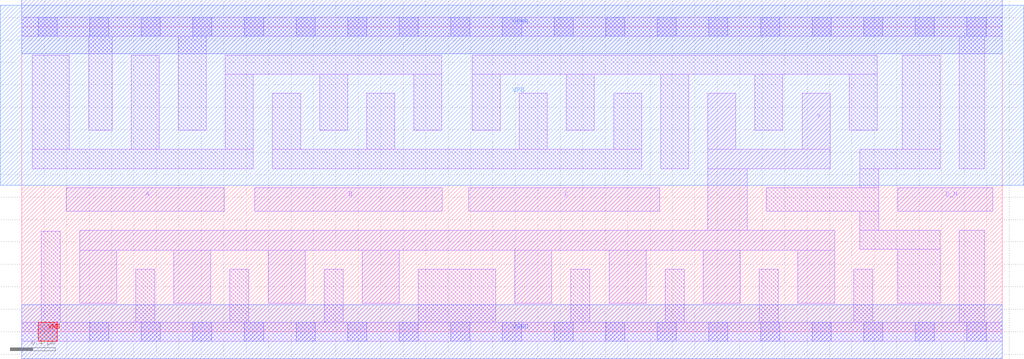
<source format=lef>
# Copyright 2020 The SkyWater PDK Authors
#
# Licensed under the Apache License, Version 2.0 (the "License");
# you may not use this file except in compliance with the License.
# You may obtain a copy of the License at
#
#     https://www.apache.org/licenses/LICENSE-2.0
#
# Unless required by applicable law or agreed to in writing, software
# distributed under the License is distributed on an "AS IS" BASIS,
# WITHOUT WARRANTIES OR CONDITIONS OF ANY KIND, either express or implied.
# See the License for the specific language governing permissions and
# limitations under the License.
#
# SPDX-License-Identifier: Apache-2.0

VERSION 5.7 ;
  NOWIREEXTENSIONATPIN ON ;
  DIVIDERCHAR "/" ;
  BUSBITCHARS "[]" ;
MACRO sky130_fd_sc_hd__nor4b_4
  CLASS CORE ;
  FOREIGN sky130_fd_sc_hd__nor4b_4 ;
  ORIGIN  0.000000  0.000000 ;
  SIZE  8.740000 BY  2.720000 ;
  SYMMETRY X Y R90 ;
  SITE unithd ;
  PIN A
    ANTENNAGATEAREA  0.990000 ;
    DIRECTION INPUT ;
    USE SIGNAL ;
    PORT
      LAYER li1 ;
        RECT 0.395000 1.075000 1.805000 1.285000 ;
    END
  END A
  PIN B
    ANTENNAGATEAREA  0.990000 ;
    DIRECTION INPUT ;
    USE SIGNAL ;
    PORT
      LAYER li1 ;
        RECT 2.075000 1.075000 3.750000 1.285000 ;
    END
  END B
  PIN C
    ANTENNAGATEAREA  0.990000 ;
    DIRECTION INPUT ;
    USE SIGNAL ;
    PORT
      LAYER li1 ;
        RECT 3.985000 1.075000 5.685000 1.285000 ;
    END
  END C
  PIN D_N
    ANTENNAGATEAREA  0.247500 ;
    DIRECTION INPUT ;
    USE SIGNAL ;
    PORT
      LAYER li1 ;
        RECT 7.810000 1.075000 8.655000 1.285000 ;
    END
  END D_N
  PIN VNB
    PORT
      LAYER pwell ;
        RECT 0.145000 -0.085000 0.315000 0.085000 ;
    END
  END VNB
  PIN VPB
    PORT
      LAYER nwell ;
        RECT -0.190000 1.305000 8.930000 2.910000 ;
    END
  END VPB
  PIN Y
    ANTENNADIFFAREA  1.944000 ;
    DIRECTION OUTPUT ;
    USE SIGNAL ;
    PORT
      LAYER li1 ;
        RECT 0.515000 0.255000 0.845000 0.725000 ;
        RECT 0.515000 0.725000 7.245000 0.905000 ;
        RECT 1.355000 0.255000 1.685000 0.725000 ;
        RECT 2.195000 0.255000 2.525000 0.725000 ;
        RECT 3.035000 0.255000 3.365000 0.725000 ;
        RECT 4.395000 0.255000 4.725000 0.725000 ;
        RECT 5.235000 0.255000 5.565000 0.725000 ;
        RECT 6.075000 0.255000 6.405000 0.725000 ;
        RECT 6.115000 0.905000 6.465000 1.455000 ;
        RECT 6.115000 1.455000 7.205000 1.625000 ;
        RECT 6.115000 1.625000 6.365000 2.125000 ;
        RECT 6.915000 0.255000 7.245000 0.725000 ;
        RECT 6.955000 1.625000 7.205000 2.125000 ;
    END
  END Y
  PIN VGND
    DIRECTION INOUT ;
    SHAPE ABUTMENT ;
    USE GROUND ;
    PORT
      LAYER met1 ;
        RECT 0.000000 -0.240000 8.740000 0.240000 ;
    END
  END VGND
  PIN VPWR
    DIRECTION INOUT ;
    SHAPE ABUTMENT ;
    USE POWER ;
    PORT
      LAYER met1 ;
        RECT 0.000000 2.480000 8.740000 2.960000 ;
    END
  END VPWR
  OBS
    LAYER li1 ;
      RECT 0.000000 -0.085000 8.740000 0.085000 ;
      RECT 0.000000  2.635000 8.740000 2.805000 ;
      RECT 0.095000  1.455000 2.065000 1.625000 ;
      RECT 0.095000  1.625000 0.425000 2.465000 ;
      RECT 0.175000  0.085000 0.345000 0.895000 ;
      RECT 0.595000  1.795000 0.805000 2.635000 ;
      RECT 0.975000  1.625000 1.225000 2.465000 ;
      RECT 1.015000  0.085000 1.185000 0.555000 ;
      RECT 1.395000  1.795000 1.645000 2.635000 ;
      RECT 1.815000  1.625000 2.065000 2.295000 ;
      RECT 1.815000  2.295000 3.745000 2.465000 ;
      RECT 1.855000  0.085000 2.025000 0.555000 ;
      RECT 2.235000  1.455000 5.525000 1.625000 ;
      RECT 2.235000  1.625000 2.485000 2.125000 ;
      RECT 2.655000  1.795000 2.905000 2.295000 ;
      RECT 2.695000  0.085000 2.865000 0.555000 ;
      RECT 3.075000  1.625000 3.325000 2.125000 ;
      RECT 3.495000  1.795000 3.745000 2.295000 ;
      RECT 3.535000  0.085000 4.225000 0.555000 ;
      RECT 4.015000  1.795000 4.265000 2.295000 ;
      RECT 4.015000  2.295000 7.625000 2.465000 ;
      RECT 4.435000  1.625000 4.685000 2.125000 ;
      RECT 4.855000  1.795000 5.105000 2.295000 ;
      RECT 4.895000  0.085000 5.065000 0.555000 ;
      RECT 5.275000  1.625000 5.525000 2.125000 ;
      RECT 5.695000  1.455000 5.945000 2.295000 ;
      RECT 5.735000  0.085000 5.905000 0.555000 ;
      RECT 6.535000  1.795000 6.785000 2.295000 ;
      RECT 6.575000  0.085000 6.745000 0.555000 ;
      RECT 6.635000  1.075000 7.640000 1.285000 ;
      RECT 7.375000  1.795000 7.625000 2.295000 ;
      RECT 7.415000  0.085000 7.585000 0.555000 ;
      RECT 7.470000  0.735000 8.185000 0.905000 ;
      RECT 7.470000  0.905000 7.640000 1.075000 ;
      RECT 7.470000  1.285000 7.640000 1.455000 ;
      RECT 7.470000  1.455000 8.185000 1.625000 ;
      RECT 7.810000  0.255000 8.185000 0.735000 ;
      RECT 7.850000  1.625000 8.185000 2.465000 ;
      RECT 8.355000  0.085000 8.585000 0.905000 ;
      RECT 8.355000  1.455000 8.585000 2.635000 ;
    LAYER mcon ;
      RECT 0.145000 -0.085000 0.315000 0.085000 ;
      RECT 0.145000  2.635000 0.315000 2.805000 ;
      RECT 0.605000 -0.085000 0.775000 0.085000 ;
      RECT 0.605000  2.635000 0.775000 2.805000 ;
      RECT 1.065000 -0.085000 1.235000 0.085000 ;
      RECT 1.065000  2.635000 1.235000 2.805000 ;
      RECT 1.525000 -0.085000 1.695000 0.085000 ;
      RECT 1.525000  2.635000 1.695000 2.805000 ;
      RECT 1.985000 -0.085000 2.155000 0.085000 ;
      RECT 1.985000  2.635000 2.155000 2.805000 ;
      RECT 2.445000 -0.085000 2.615000 0.085000 ;
      RECT 2.445000  2.635000 2.615000 2.805000 ;
      RECT 2.905000 -0.085000 3.075000 0.085000 ;
      RECT 2.905000  2.635000 3.075000 2.805000 ;
      RECT 3.365000 -0.085000 3.535000 0.085000 ;
      RECT 3.365000  2.635000 3.535000 2.805000 ;
      RECT 3.825000 -0.085000 3.995000 0.085000 ;
      RECT 3.825000  2.635000 3.995000 2.805000 ;
      RECT 4.285000 -0.085000 4.455000 0.085000 ;
      RECT 4.285000  2.635000 4.455000 2.805000 ;
      RECT 4.745000 -0.085000 4.915000 0.085000 ;
      RECT 4.745000  2.635000 4.915000 2.805000 ;
      RECT 5.205000 -0.085000 5.375000 0.085000 ;
      RECT 5.205000  2.635000 5.375000 2.805000 ;
      RECT 5.665000 -0.085000 5.835000 0.085000 ;
      RECT 5.665000  2.635000 5.835000 2.805000 ;
      RECT 6.125000 -0.085000 6.295000 0.085000 ;
      RECT 6.125000  2.635000 6.295000 2.805000 ;
      RECT 6.585000 -0.085000 6.755000 0.085000 ;
      RECT 6.585000  2.635000 6.755000 2.805000 ;
      RECT 7.045000 -0.085000 7.215000 0.085000 ;
      RECT 7.045000  2.635000 7.215000 2.805000 ;
      RECT 7.505000 -0.085000 7.675000 0.085000 ;
      RECT 7.505000  2.635000 7.675000 2.805000 ;
      RECT 7.965000 -0.085000 8.135000 0.085000 ;
      RECT 7.965000  2.635000 8.135000 2.805000 ;
      RECT 8.425000 -0.085000 8.595000 0.085000 ;
      RECT 8.425000  2.635000 8.595000 2.805000 ;
  END
END sky130_fd_sc_hd__nor4b_4
END LIBRARY

</source>
